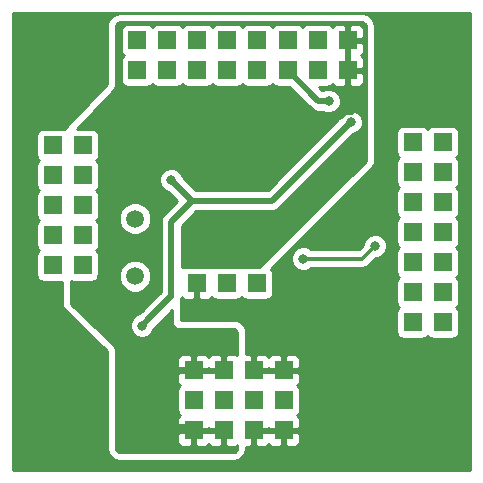
<source format=gbr>
G04 #@! TF.FileFunction,Copper,L1,Top,Signal*
%FSLAX46Y46*%
G04 Gerber Fmt 4.6, Leading zero omitted, Abs format (unit mm)*
G04 Created by KiCad (PCBNEW (2015-05-13 BZR 5653)-product) date 7. 1. 2016 10:50:59*
%MOMM*%
G01*
G04 APERTURE LIST*
%ADD10C,0.150000*%
%ADD11R,1.524000X1.524000*%
%ADD12C,6.000000*%
%ADD13C,1.501140*%
%ADD14C,0.800000*%
%ADD15C,0.300000*%
%ADD16C,0.400000*%
%ADD17C,0.500000*%
%ADD18C,0.254000*%
G04 APERTURE END LIST*
D10*
D11*
X134033500Y-80202000D03*
X134033500Y-77662000D03*
X143876000Y-110682000D03*
X141336000Y-110682000D03*
X143876000Y-108142000D03*
X141336000Y-108142000D03*
X143876000Y-105602000D03*
X141336000Y-105602000D03*
X157338000Y-88838000D03*
X154798000Y-88838000D03*
X157338000Y-86298000D03*
X154798000Y-86298000D03*
X131493500Y-80202000D03*
X131493500Y-77662000D03*
X136573500Y-80202000D03*
X136573500Y-77662000D03*
X139113500Y-77662000D03*
X139113500Y-80202000D03*
X146748500Y-77660500D03*
X146748500Y-80200500D03*
X141653500Y-77662000D03*
X141653500Y-80202000D03*
X136510000Y-98236000D03*
X139050000Y-98236000D03*
X141590000Y-98236000D03*
X126858000Y-86552000D03*
X124318000Y-86552000D03*
X126858000Y-89092000D03*
X124318000Y-89092000D03*
X157338000Y-96458000D03*
X154798000Y-96458000D03*
X157338000Y-93918000D03*
X154798000Y-93918000D03*
X126858000Y-96712000D03*
X124318000Y-96712000D03*
X157338000Y-101538000D03*
X154798000Y-101538000D03*
X157338000Y-98998000D03*
X154798000Y-98998000D03*
X157338000Y-91378000D03*
X154798000Y-91378000D03*
X136256000Y-105602000D03*
X138796000Y-105602000D03*
X136256000Y-108142000D03*
X138796000Y-108142000D03*
X136256000Y-110682000D03*
X138796000Y-110682000D03*
X126858000Y-94172000D03*
X124318000Y-94172000D03*
X126858000Y-91632000D03*
X124318000Y-91632000D03*
D12*
X155560000Y-79440000D03*
X155560000Y-109920000D03*
X125080000Y-79440000D03*
X125080000Y-109920000D03*
D13*
X131303000Y-92747060D03*
X131303000Y-97628940D03*
D11*
X144208500Y-80200500D03*
X144208500Y-77660500D03*
X149288500Y-80200500D03*
X149288500Y-77660500D03*
D14*
X122047000Y-101282500D03*
X151623000Y-95061000D03*
X145542000Y-96139000D03*
X131886691Y-101808000D03*
X134351000Y-89472972D03*
X149542502Y-84582000D03*
X147701000Y-82804000D03*
X138033998Y-89600000D03*
X145337000Y-83504000D03*
X138669000Y-86298000D03*
X139431000Y-93029000D03*
X140447000Y-82869000D03*
X150431500Y-82550000D03*
X130287000Y-88711000D03*
X132700000Y-110394980D03*
X127684000Y-101030000D03*
X128333500Y-98933000D03*
X130873500Y-104219500D03*
X130937000Y-94996000D03*
X132207000Y-99504500D03*
X132334000Y-89789000D03*
X135826500Y-82931000D03*
X137731500Y-95885000D03*
D15*
X121094500Y-109474000D02*
X121094500Y-102235000D01*
X121094500Y-102235000D02*
X122047000Y-101282500D01*
X121540500Y-109920000D02*
X121094500Y-109474000D01*
X125080000Y-109920000D02*
X121540500Y-109920000D01*
X146107685Y-96139000D02*
X145542000Y-96139000D01*
X151623000Y-95061000D02*
X150545000Y-96139000D01*
X150545000Y-96139000D02*
X146107685Y-96139000D01*
X134351000Y-96031894D02*
X134351000Y-93005032D01*
D16*
X134351000Y-96602360D02*
X134351000Y-93005032D01*
X134351000Y-99343691D02*
X134351000Y-96602360D01*
X134351000Y-96602360D02*
X134351000Y-96031894D01*
D17*
X132503571Y-101191120D02*
X134351000Y-99343691D01*
X131886691Y-101808000D02*
X132503571Y-101191120D01*
X134351000Y-93005032D02*
X136117030Y-91239002D01*
X134351000Y-99343691D02*
X134351000Y-93005032D01*
X136117030Y-91239002D02*
X134351000Y-89472972D01*
X136117030Y-91239002D02*
X142885500Y-91239002D01*
X142885500Y-91239002D02*
X149142503Y-84981999D01*
X149142503Y-84981999D02*
X149542502Y-84582000D01*
X146812000Y-82804000D02*
X147135315Y-82804000D01*
X144208500Y-80200500D02*
X146812000Y-82804000D01*
X147135315Y-82804000D02*
X147701000Y-82804000D01*
D15*
X144130000Y-83774000D02*
X143859998Y-83774000D01*
X143859998Y-83774000D02*
X138433997Y-89200001D01*
X138433997Y-89200001D02*
X138033998Y-89600000D01*
X138669000Y-86863685D02*
X138669000Y-86679000D01*
X138669000Y-86298000D02*
X138669000Y-86863685D01*
X144130000Y-83774000D02*
X143225000Y-82869000D01*
X143225000Y-82869000D02*
X141012685Y-82869000D01*
X141012685Y-82869000D02*
X140447000Y-82869000D01*
X136256000Y-110682000D02*
X135194000Y-110682000D01*
D17*
X132700000Y-108645300D02*
X132700000Y-110394980D01*
X132700000Y-107896000D02*
X132700000Y-108645300D01*
X134994000Y-105602000D02*
X132700000Y-107896000D01*
X136256000Y-105602000D02*
X134994000Y-105602000D01*
X135968980Y-110394980D02*
X136256000Y-110682000D01*
X132700000Y-110394980D02*
X135968980Y-110394980D01*
X130873500Y-104219500D02*
X127684000Y-101030000D01*
X128333500Y-97599500D02*
X130937000Y-94996000D01*
X128333500Y-98933000D02*
X128333500Y-97599500D01*
X128333500Y-98933000D02*
X129921000Y-98933000D01*
X130492500Y-99504500D02*
X132207000Y-99504500D01*
X129921000Y-98933000D02*
X130492500Y-99504500D01*
D15*
X140447000Y-82869000D02*
X135888500Y-82869000D01*
X135888500Y-82869000D02*
X135826500Y-82931000D01*
X144130000Y-83774000D02*
X144610001Y-84254001D01*
X144610001Y-84254001D02*
X148665499Y-84254001D01*
X148665499Y-84254001D02*
X149145500Y-83774000D01*
X149145500Y-83774000D02*
X149638000Y-83774000D01*
X137731500Y-95319315D02*
X137731500Y-95885000D01*
X139431000Y-93029000D02*
X137731500Y-94728500D01*
X137731500Y-94728500D02*
X137731500Y-95319315D01*
D18*
G36*
X159676000Y-114036000D02*
X158747440Y-114036000D01*
X158747440Y-102300000D01*
X158747440Y-100776000D01*
X158700463Y-100533877D01*
X158560673Y-100321073D01*
X158482458Y-100268277D01*
X158554927Y-100220673D01*
X158697377Y-100009640D01*
X158747440Y-99760000D01*
X158747440Y-98236000D01*
X158700463Y-97993877D01*
X158560673Y-97781073D01*
X158482458Y-97728277D01*
X158554927Y-97680673D01*
X158697377Y-97469640D01*
X158747440Y-97220000D01*
X158747440Y-95696000D01*
X158700463Y-95453877D01*
X158560673Y-95241073D01*
X158482458Y-95188277D01*
X158554927Y-95140673D01*
X158697377Y-94929640D01*
X158747440Y-94680000D01*
X158747440Y-93156000D01*
X158700463Y-92913877D01*
X158560673Y-92701073D01*
X158482458Y-92648277D01*
X158554927Y-92600673D01*
X158697377Y-92389640D01*
X158747440Y-92140000D01*
X158747440Y-90616000D01*
X158700463Y-90373877D01*
X158560673Y-90161073D01*
X158482458Y-90108277D01*
X158554927Y-90060673D01*
X158697377Y-89849640D01*
X158747440Y-89600000D01*
X158747440Y-88076000D01*
X158700463Y-87833877D01*
X158560673Y-87621073D01*
X158482458Y-87568277D01*
X158554927Y-87520673D01*
X158697377Y-87309640D01*
X158747440Y-87060000D01*
X158747440Y-85536000D01*
X158700463Y-85293877D01*
X158560673Y-85081073D01*
X158349640Y-84938623D01*
X158100000Y-84888560D01*
X156576000Y-84888560D01*
X156333877Y-84935537D01*
X156121073Y-85075327D01*
X156068277Y-85153541D01*
X156020673Y-85081073D01*
X155809640Y-84938623D01*
X155560000Y-84888560D01*
X154036000Y-84888560D01*
X153793877Y-84935537D01*
X153581073Y-85075327D01*
X153438623Y-85286360D01*
X153388560Y-85536000D01*
X153388560Y-87060000D01*
X153435537Y-87302123D01*
X153575327Y-87514927D01*
X153653541Y-87567722D01*
X153581073Y-87615327D01*
X153438623Y-87826360D01*
X153388560Y-88076000D01*
X153388560Y-89600000D01*
X153435537Y-89842123D01*
X153575327Y-90054927D01*
X153653541Y-90107722D01*
X153581073Y-90155327D01*
X153438623Y-90366360D01*
X153388560Y-90616000D01*
X153388560Y-92140000D01*
X153435537Y-92382123D01*
X153575327Y-92594927D01*
X153653541Y-92647722D01*
X153581073Y-92695327D01*
X153438623Y-92906360D01*
X153388560Y-93156000D01*
X153388560Y-94680000D01*
X153435537Y-94922123D01*
X153575327Y-95134927D01*
X153653541Y-95187722D01*
X153581073Y-95235327D01*
X153438623Y-95446360D01*
X153388560Y-95696000D01*
X153388560Y-97220000D01*
X153435537Y-97462123D01*
X153575327Y-97674927D01*
X153653541Y-97727722D01*
X153581073Y-97775327D01*
X153438623Y-97986360D01*
X153388560Y-98236000D01*
X153388560Y-99760000D01*
X153435537Y-100002123D01*
X153575327Y-100214927D01*
X153653541Y-100267722D01*
X153581073Y-100315327D01*
X153438623Y-100526360D01*
X153388560Y-100776000D01*
X153388560Y-102300000D01*
X153435537Y-102542123D01*
X153575327Y-102754927D01*
X153786360Y-102897377D01*
X154036000Y-102947440D01*
X155560000Y-102947440D01*
X155802123Y-102900463D01*
X156014927Y-102760673D01*
X156067722Y-102682458D01*
X156115327Y-102754927D01*
X156326360Y-102897377D01*
X156576000Y-102947440D01*
X158100000Y-102947440D01*
X158342123Y-102900463D01*
X158554927Y-102760673D01*
X158697377Y-102549640D01*
X158747440Y-102300000D01*
X158747440Y-114036000D01*
X152658179Y-114036000D01*
X152658179Y-94856029D01*
X152500942Y-94475485D01*
X152210046Y-94184081D01*
X151829777Y-94026180D01*
X151623000Y-94025999D01*
X151623000Y-87750211D01*
X151623000Y-76448424D01*
X151548103Y-76071877D01*
X151299391Y-75699632D01*
X150927163Y-75450893D01*
X150550622Y-75375968D01*
X129990103Y-75374505D01*
X129686882Y-75422511D01*
X129368252Y-75584841D01*
X129115381Y-75837691D01*
X128953027Y-76156312D01*
X128905000Y-76459531D01*
X128905000Y-81358795D01*
X128903824Y-81364912D01*
X128900463Y-81370157D01*
X125365525Y-85090478D01*
X125303436Y-85187368D01*
X125080000Y-85142560D01*
X123556000Y-85142560D01*
X123313877Y-85189537D01*
X123101073Y-85329327D01*
X122958623Y-85540360D01*
X122908560Y-85790000D01*
X122908560Y-87314000D01*
X122955537Y-87556123D01*
X123095327Y-87768927D01*
X123173541Y-87821722D01*
X123101073Y-87869327D01*
X122958623Y-88080360D01*
X122908560Y-88330000D01*
X122908560Y-89854000D01*
X122955537Y-90096123D01*
X123095327Y-90308927D01*
X123173541Y-90361722D01*
X123101073Y-90409327D01*
X122958623Y-90620360D01*
X122908560Y-90870000D01*
X122908560Y-92394000D01*
X122955537Y-92636123D01*
X123095327Y-92848927D01*
X123173541Y-92901722D01*
X123101073Y-92949327D01*
X122958623Y-93160360D01*
X122908560Y-93410000D01*
X122908560Y-94934000D01*
X122955537Y-95176123D01*
X123095327Y-95388927D01*
X123173541Y-95441722D01*
X123101073Y-95489327D01*
X122958623Y-95700360D01*
X122908560Y-95950000D01*
X122908560Y-97474000D01*
X122955537Y-97716123D01*
X123095327Y-97928927D01*
X123306360Y-98071377D01*
X123556000Y-98121440D01*
X125080000Y-98121440D01*
X125095000Y-98118529D01*
X125095000Y-99870069D01*
X125129945Y-100129416D01*
X125249095Y-100409812D01*
X125411535Y-100614980D01*
X128905000Y-103983356D01*
X128905000Y-112211542D01*
X128979903Y-112588108D01*
X129228638Y-112960362D01*
X129600892Y-113209097D01*
X129977458Y-113284000D01*
X139643542Y-113284000D01*
X140020108Y-113209097D01*
X140392362Y-112960362D01*
X140641097Y-112588108D01*
X140716000Y-112211542D01*
X140716000Y-112079000D01*
X141050250Y-112079000D01*
X141209000Y-111920250D01*
X141209000Y-110809000D01*
X141189000Y-110809000D01*
X141189000Y-110555000D01*
X141209000Y-110555000D01*
X141209000Y-110535000D01*
X141463000Y-110535000D01*
X141463000Y-110555000D01*
X142574250Y-110555000D01*
X142606000Y-110523250D01*
X142637750Y-110555000D01*
X143749000Y-110555000D01*
X143749000Y-110535000D01*
X144003000Y-110535000D01*
X144003000Y-110555000D01*
X145114250Y-110555000D01*
X145273000Y-110396250D01*
X145273000Y-110046309D01*
X145273000Y-109793690D01*
X145176327Y-109560301D01*
X145025192Y-109409167D01*
X145092927Y-109364673D01*
X145235377Y-109153640D01*
X145285440Y-108904000D01*
X145285440Y-107380000D01*
X145238463Y-107137877D01*
X145098673Y-106925073D01*
X145024810Y-106875214D01*
X145176327Y-106723699D01*
X145273000Y-106490310D01*
X145273000Y-106237691D01*
X145273000Y-105887750D01*
X145273000Y-105316250D01*
X145273000Y-104966309D01*
X145273000Y-104713690D01*
X145176327Y-104480301D01*
X144997698Y-104301673D01*
X144764309Y-104205000D01*
X144161750Y-104205000D01*
X144003000Y-104363750D01*
X144003000Y-105475000D01*
X145114250Y-105475000D01*
X145273000Y-105316250D01*
X145273000Y-105887750D01*
X145114250Y-105729000D01*
X144003000Y-105729000D01*
X144003000Y-105749000D01*
X143749000Y-105749000D01*
X143749000Y-105729000D01*
X143749000Y-105475000D01*
X143749000Y-104363750D01*
X143590250Y-104205000D01*
X142987691Y-104205000D01*
X142754302Y-104301673D01*
X142606000Y-104449974D01*
X142457698Y-104301673D01*
X142224309Y-104205000D01*
X141621750Y-104205000D01*
X141463000Y-104363750D01*
X141463000Y-105475000D01*
X142574250Y-105475000D01*
X142606000Y-105443250D01*
X142637750Y-105475000D01*
X143749000Y-105475000D01*
X143749000Y-105729000D01*
X142637750Y-105729000D01*
X142606000Y-105760750D01*
X142574250Y-105729000D01*
X141463000Y-105729000D01*
X141463000Y-105749000D01*
X141209000Y-105749000D01*
X141209000Y-105729000D01*
X141189000Y-105729000D01*
X141189000Y-105475000D01*
X141209000Y-105475000D01*
X141209000Y-104363750D01*
X141050250Y-104205000D01*
X140716000Y-104205000D01*
X140716000Y-102417654D01*
X140667669Y-102113494D01*
X140504318Y-101794100D01*
X140250008Y-101541075D01*
X139929793Y-101379343D01*
X139625392Y-101332550D01*
X135191500Y-101354992D01*
X135191500Y-99567408D01*
X135191500Y-99567406D01*
X135229308Y-99377333D01*
X135388301Y-99536327D01*
X135621690Y-99633000D01*
X135874309Y-99633000D01*
X136224250Y-99633000D01*
X136383000Y-99474250D01*
X136383000Y-98363000D01*
X136363000Y-98363000D01*
X136363000Y-98109000D01*
X136383000Y-98109000D01*
X136383000Y-98089000D01*
X136637000Y-98089000D01*
X136637000Y-98109000D01*
X136657000Y-98109000D01*
X136657000Y-98363000D01*
X136637000Y-98363000D01*
X136637000Y-99474250D01*
X136795750Y-99633000D01*
X137145691Y-99633000D01*
X137398310Y-99633000D01*
X137631699Y-99536327D01*
X137782832Y-99385192D01*
X137827327Y-99452927D01*
X138038360Y-99595377D01*
X138288000Y-99645440D01*
X139812000Y-99645440D01*
X140054123Y-99598463D01*
X140266927Y-99458673D01*
X140319722Y-99380458D01*
X140367327Y-99452927D01*
X140578360Y-99595377D01*
X140828000Y-99645440D01*
X142352000Y-99645440D01*
X142594123Y-99598463D01*
X142806927Y-99458673D01*
X142949377Y-99247640D01*
X142999440Y-98998000D01*
X142999440Y-97474000D01*
X142952463Y-97231877D01*
X142812673Y-97019073D01*
X142785241Y-97000556D01*
X151319309Y-88482420D01*
X151475340Y-88279403D01*
X151589540Y-88004065D01*
X151623000Y-87750211D01*
X151623000Y-94025999D01*
X151418029Y-94025821D01*
X151037485Y-94183058D01*
X150746081Y-94473954D01*
X150588180Y-94854223D01*
X150588065Y-94985776D01*
X150219842Y-95354000D01*
X146220804Y-95354000D01*
X146129046Y-95262081D01*
X145748777Y-95104180D01*
X145337029Y-95103821D01*
X144956485Y-95261058D01*
X144665081Y-95551954D01*
X144507180Y-95932223D01*
X144506821Y-96343971D01*
X144664058Y-96724515D01*
X144954954Y-97015919D01*
X145335223Y-97173820D01*
X145746971Y-97174179D01*
X146127515Y-97016942D01*
X146220619Y-96924000D01*
X150545000Y-96924000D01*
X150845406Y-96864245D01*
X150845407Y-96864245D01*
X151100079Y-96694079D01*
X151698092Y-96096065D01*
X151827971Y-96096179D01*
X152208515Y-95938942D01*
X152499919Y-95648046D01*
X152657820Y-95267777D01*
X152658179Y-94856029D01*
X152658179Y-114036000D01*
X145273000Y-114036000D01*
X145273000Y-111570310D01*
X145273000Y-111317691D01*
X145273000Y-110967750D01*
X145114250Y-110809000D01*
X144003000Y-110809000D01*
X144003000Y-111920250D01*
X144161750Y-112079000D01*
X144764309Y-112079000D01*
X144997698Y-111982327D01*
X145176327Y-111803699D01*
X145273000Y-111570310D01*
X145273000Y-114036000D01*
X143749000Y-114036000D01*
X143749000Y-111920250D01*
X143749000Y-110809000D01*
X142637750Y-110809000D01*
X142606000Y-110840750D01*
X142574250Y-110809000D01*
X141463000Y-110809000D01*
X141463000Y-111920250D01*
X141621750Y-112079000D01*
X142224309Y-112079000D01*
X142457698Y-111982327D01*
X142606000Y-111834025D01*
X142754302Y-111982327D01*
X142987691Y-112079000D01*
X143590250Y-112079000D01*
X143749000Y-111920250D01*
X143749000Y-114036000D01*
X120964000Y-114036000D01*
X120964000Y-75324000D01*
X159676000Y-75324000D01*
X159676000Y-114036000D01*
X159676000Y-114036000D01*
G37*
X159676000Y-114036000D02*
X158747440Y-114036000D01*
X158747440Y-102300000D01*
X158747440Y-100776000D01*
X158700463Y-100533877D01*
X158560673Y-100321073D01*
X158482458Y-100268277D01*
X158554927Y-100220673D01*
X158697377Y-100009640D01*
X158747440Y-99760000D01*
X158747440Y-98236000D01*
X158700463Y-97993877D01*
X158560673Y-97781073D01*
X158482458Y-97728277D01*
X158554927Y-97680673D01*
X158697377Y-97469640D01*
X158747440Y-97220000D01*
X158747440Y-95696000D01*
X158700463Y-95453877D01*
X158560673Y-95241073D01*
X158482458Y-95188277D01*
X158554927Y-95140673D01*
X158697377Y-94929640D01*
X158747440Y-94680000D01*
X158747440Y-93156000D01*
X158700463Y-92913877D01*
X158560673Y-92701073D01*
X158482458Y-92648277D01*
X158554927Y-92600673D01*
X158697377Y-92389640D01*
X158747440Y-92140000D01*
X158747440Y-90616000D01*
X158700463Y-90373877D01*
X158560673Y-90161073D01*
X158482458Y-90108277D01*
X158554927Y-90060673D01*
X158697377Y-89849640D01*
X158747440Y-89600000D01*
X158747440Y-88076000D01*
X158700463Y-87833877D01*
X158560673Y-87621073D01*
X158482458Y-87568277D01*
X158554927Y-87520673D01*
X158697377Y-87309640D01*
X158747440Y-87060000D01*
X158747440Y-85536000D01*
X158700463Y-85293877D01*
X158560673Y-85081073D01*
X158349640Y-84938623D01*
X158100000Y-84888560D01*
X156576000Y-84888560D01*
X156333877Y-84935537D01*
X156121073Y-85075327D01*
X156068277Y-85153541D01*
X156020673Y-85081073D01*
X155809640Y-84938623D01*
X155560000Y-84888560D01*
X154036000Y-84888560D01*
X153793877Y-84935537D01*
X153581073Y-85075327D01*
X153438623Y-85286360D01*
X153388560Y-85536000D01*
X153388560Y-87060000D01*
X153435537Y-87302123D01*
X153575327Y-87514927D01*
X153653541Y-87567722D01*
X153581073Y-87615327D01*
X153438623Y-87826360D01*
X153388560Y-88076000D01*
X153388560Y-89600000D01*
X153435537Y-89842123D01*
X153575327Y-90054927D01*
X153653541Y-90107722D01*
X153581073Y-90155327D01*
X153438623Y-90366360D01*
X153388560Y-90616000D01*
X153388560Y-92140000D01*
X153435537Y-92382123D01*
X153575327Y-92594927D01*
X153653541Y-92647722D01*
X153581073Y-92695327D01*
X153438623Y-92906360D01*
X153388560Y-93156000D01*
X153388560Y-94680000D01*
X153435537Y-94922123D01*
X153575327Y-95134927D01*
X153653541Y-95187722D01*
X153581073Y-95235327D01*
X153438623Y-95446360D01*
X153388560Y-95696000D01*
X153388560Y-97220000D01*
X153435537Y-97462123D01*
X153575327Y-97674927D01*
X153653541Y-97727722D01*
X153581073Y-97775327D01*
X153438623Y-97986360D01*
X153388560Y-98236000D01*
X153388560Y-99760000D01*
X153435537Y-100002123D01*
X153575327Y-100214927D01*
X153653541Y-100267722D01*
X153581073Y-100315327D01*
X153438623Y-100526360D01*
X153388560Y-100776000D01*
X153388560Y-102300000D01*
X153435537Y-102542123D01*
X153575327Y-102754927D01*
X153786360Y-102897377D01*
X154036000Y-102947440D01*
X155560000Y-102947440D01*
X155802123Y-102900463D01*
X156014927Y-102760673D01*
X156067722Y-102682458D01*
X156115327Y-102754927D01*
X156326360Y-102897377D01*
X156576000Y-102947440D01*
X158100000Y-102947440D01*
X158342123Y-102900463D01*
X158554927Y-102760673D01*
X158697377Y-102549640D01*
X158747440Y-102300000D01*
X158747440Y-114036000D01*
X152658179Y-114036000D01*
X152658179Y-94856029D01*
X152500942Y-94475485D01*
X152210046Y-94184081D01*
X151829777Y-94026180D01*
X151623000Y-94025999D01*
X151623000Y-87750211D01*
X151623000Y-76448424D01*
X151548103Y-76071877D01*
X151299391Y-75699632D01*
X150927163Y-75450893D01*
X150550622Y-75375968D01*
X129990103Y-75374505D01*
X129686882Y-75422511D01*
X129368252Y-75584841D01*
X129115381Y-75837691D01*
X128953027Y-76156312D01*
X128905000Y-76459531D01*
X128905000Y-81358795D01*
X128903824Y-81364912D01*
X128900463Y-81370157D01*
X125365525Y-85090478D01*
X125303436Y-85187368D01*
X125080000Y-85142560D01*
X123556000Y-85142560D01*
X123313877Y-85189537D01*
X123101073Y-85329327D01*
X122958623Y-85540360D01*
X122908560Y-85790000D01*
X122908560Y-87314000D01*
X122955537Y-87556123D01*
X123095327Y-87768927D01*
X123173541Y-87821722D01*
X123101073Y-87869327D01*
X122958623Y-88080360D01*
X122908560Y-88330000D01*
X122908560Y-89854000D01*
X122955537Y-90096123D01*
X123095327Y-90308927D01*
X123173541Y-90361722D01*
X123101073Y-90409327D01*
X122958623Y-90620360D01*
X122908560Y-90870000D01*
X122908560Y-92394000D01*
X122955537Y-92636123D01*
X123095327Y-92848927D01*
X123173541Y-92901722D01*
X123101073Y-92949327D01*
X122958623Y-93160360D01*
X122908560Y-93410000D01*
X122908560Y-94934000D01*
X122955537Y-95176123D01*
X123095327Y-95388927D01*
X123173541Y-95441722D01*
X123101073Y-95489327D01*
X122958623Y-95700360D01*
X122908560Y-95950000D01*
X122908560Y-97474000D01*
X122955537Y-97716123D01*
X123095327Y-97928927D01*
X123306360Y-98071377D01*
X123556000Y-98121440D01*
X125080000Y-98121440D01*
X125095000Y-98118529D01*
X125095000Y-99870069D01*
X125129945Y-100129416D01*
X125249095Y-100409812D01*
X125411535Y-100614980D01*
X128905000Y-103983356D01*
X128905000Y-112211542D01*
X128979903Y-112588108D01*
X129228638Y-112960362D01*
X129600892Y-113209097D01*
X129977458Y-113284000D01*
X139643542Y-113284000D01*
X140020108Y-113209097D01*
X140392362Y-112960362D01*
X140641097Y-112588108D01*
X140716000Y-112211542D01*
X140716000Y-112079000D01*
X141050250Y-112079000D01*
X141209000Y-111920250D01*
X141209000Y-110809000D01*
X141189000Y-110809000D01*
X141189000Y-110555000D01*
X141209000Y-110555000D01*
X141209000Y-110535000D01*
X141463000Y-110535000D01*
X141463000Y-110555000D01*
X142574250Y-110555000D01*
X142606000Y-110523250D01*
X142637750Y-110555000D01*
X143749000Y-110555000D01*
X143749000Y-110535000D01*
X144003000Y-110535000D01*
X144003000Y-110555000D01*
X145114250Y-110555000D01*
X145273000Y-110396250D01*
X145273000Y-110046309D01*
X145273000Y-109793690D01*
X145176327Y-109560301D01*
X145025192Y-109409167D01*
X145092927Y-109364673D01*
X145235377Y-109153640D01*
X145285440Y-108904000D01*
X145285440Y-107380000D01*
X145238463Y-107137877D01*
X145098673Y-106925073D01*
X145024810Y-106875214D01*
X145176327Y-106723699D01*
X145273000Y-106490310D01*
X145273000Y-106237691D01*
X145273000Y-105887750D01*
X145273000Y-105316250D01*
X145273000Y-104966309D01*
X145273000Y-104713690D01*
X145176327Y-104480301D01*
X144997698Y-104301673D01*
X144764309Y-104205000D01*
X144161750Y-104205000D01*
X144003000Y-104363750D01*
X144003000Y-105475000D01*
X145114250Y-105475000D01*
X145273000Y-105316250D01*
X145273000Y-105887750D01*
X145114250Y-105729000D01*
X144003000Y-105729000D01*
X144003000Y-105749000D01*
X143749000Y-105749000D01*
X143749000Y-105729000D01*
X143749000Y-105475000D01*
X143749000Y-104363750D01*
X143590250Y-104205000D01*
X142987691Y-104205000D01*
X142754302Y-104301673D01*
X142606000Y-104449974D01*
X142457698Y-104301673D01*
X142224309Y-104205000D01*
X141621750Y-104205000D01*
X141463000Y-104363750D01*
X141463000Y-105475000D01*
X142574250Y-105475000D01*
X142606000Y-105443250D01*
X142637750Y-105475000D01*
X143749000Y-105475000D01*
X143749000Y-105729000D01*
X142637750Y-105729000D01*
X142606000Y-105760750D01*
X142574250Y-105729000D01*
X141463000Y-105729000D01*
X141463000Y-105749000D01*
X141209000Y-105749000D01*
X141209000Y-105729000D01*
X141189000Y-105729000D01*
X141189000Y-105475000D01*
X141209000Y-105475000D01*
X141209000Y-104363750D01*
X141050250Y-104205000D01*
X140716000Y-104205000D01*
X140716000Y-102417654D01*
X140667669Y-102113494D01*
X140504318Y-101794100D01*
X140250008Y-101541075D01*
X139929793Y-101379343D01*
X139625392Y-101332550D01*
X135191500Y-101354992D01*
X135191500Y-99567408D01*
X135191500Y-99567406D01*
X135229308Y-99377333D01*
X135388301Y-99536327D01*
X135621690Y-99633000D01*
X135874309Y-99633000D01*
X136224250Y-99633000D01*
X136383000Y-99474250D01*
X136383000Y-98363000D01*
X136363000Y-98363000D01*
X136363000Y-98109000D01*
X136383000Y-98109000D01*
X136383000Y-98089000D01*
X136637000Y-98089000D01*
X136637000Y-98109000D01*
X136657000Y-98109000D01*
X136657000Y-98363000D01*
X136637000Y-98363000D01*
X136637000Y-99474250D01*
X136795750Y-99633000D01*
X137145691Y-99633000D01*
X137398310Y-99633000D01*
X137631699Y-99536327D01*
X137782832Y-99385192D01*
X137827327Y-99452927D01*
X138038360Y-99595377D01*
X138288000Y-99645440D01*
X139812000Y-99645440D01*
X140054123Y-99598463D01*
X140266927Y-99458673D01*
X140319722Y-99380458D01*
X140367327Y-99452927D01*
X140578360Y-99595377D01*
X140828000Y-99645440D01*
X142352000Y-99645440D01*
X142594123Y-99598463D01*
X142806927Y-99458673D01*
X142949377Y-99247640D01*
X142999440Y-98998000D01*
X142999440Y-97474000D01*
X142952463Y-97231877D01*
X142812673Y-97019073D01*
X142785241Y-97000556D01*
X151319309Y-88482420D01*
X151475340Y-88279403D01*
X151589540Y-88004065D01*
X151623000Y-87750211D01*
X151623000Y-94025999D01*
X151418029Y-94025821D01*
X151037485Y-94183058D01*
X150746081Y-94473954D01*
X150588180Y-94854223D01*
X150588065Y-94985776D01*
X150219842Y-95354000D01*
X146220804Y-95354000D01*
X146129046Y-95262081D01*
X145748777Y-95104180D01*
X145337029Y-95103821D01*
X144956485Y-95261058D01*
X144665081Y-95551954D01*
X144507180Y-95932223D01*
X144506821Y-96343971D01*
X144664058Y-96724515D01*
X144954954Y-97015919D01*
X145335223Y-97173820D01*
X145746971Y-97174179D01*
X146127515Y-97016942D01*
X146220619Y-96924000D01*
X150545000Y-96924000D01*
X150845406Y-96864245D01*
X150845407Y-96864245D01*
X151100079Y-96694079D01*
X151698092Y-96096065D01*
X151827971Y-96096179D01*
X152208515Y-95938942D01*
X152499919Y-95648046D01*
X152657820Y-95267777D01*
X152658179Y-94856029D01*
X152658179Y-114036000D01*
X145273000Y-114036000D01*
X145273000Y-111570310D01*
X145273000Y-111317691D01*
X145273000Y-110967750D01*
X145114250Y-110809000D01*
X144003000Y-110809000D01*
X144003000Y-111920250D01*
X144161750Y-112079000D01*
X144764309Y-112079000D01*
X144997698Y-111982327D01*
X145176327Y-111803699D01*
X145273000Y-111570310D01*
X145273000Y-114036000D01*
X143749000Y-114036000D01*
X143749000Y-111920250D01*
X143749000Y-110809000D01*
X142637750Y-110809000D01*
X142606000Y-110840750D01*
X142574250Y-110809000D01*
X141463000Y-110809000D01*
X141463000Y-111920250D01*
X141621750Y-112079000D01*
X142224309Y-112079000D01*
X142457698Y-111982327D01*
X142606000Y-111834025D01*
X142754302Y-111982327D01*
X142987691Y-112079000D01*
X143590250Y-112079000D01*
X143749000Y-111920250D01*
X143749000Y-114036000D01*
X120964000Y-114036000D01*
X120964000Y-75324000D01*
X159676000Y-75324000D01*
X159676000Y-114036000D01*
G36*
X150861000Y-87700208D02*
X150847200Y-87804908D01*
X150809960Y-87894693D01*
X150745606Y-87978426D01*
X150685500Y-88038419D01*
X150685500Y-81088810D01*
X150685500Y-80836191D01*
X150685500Y-80486250D01*
X150685500Y-79914750D01*
X150685500Y-79564809D01*
X150685500Y-79312190D01*
X150588827Y-79078801D01*
X150440525Y-78930500D01*
X150588827Y-78782199D01*
X150685500Y-78548810D01*
X150685500Y-78296191D01*
X150685500Y-77946250D01*
X150685500Y-77374750D01*
X150685500Y-77024809D01*
X150685500Y-76772190D01*
X150588827Y-76538801D01*
X150410198Y-76360173D01*
X150176809Y-76263500D01*
X149574250Y-76263500D01*
X149415500Y-76422250D01*
X149415500Y-77533500D01*
X150526750Y-77533500D01*
X150685500Y-77374750D01*
X150685500Y-77946250D01*
X150526750Y-77787500D01*
X149415500Y-77787500D01*
X149415500Y-78898750D01*
X149447250Y-78930500D01*
X149415500Y-78962250D01*
X149415500Y-80073500D01*
X150526750Y-80073500D01*
X150685500Y-79914750D01*
X150685500Y-80486250D01*
X150526750Y-80327500D01*
X149415500Y-80327500D01*
X149415500Y-81438750D01*
X149574250Y-81597500D01*
X150176809Y-81597500D01*
X150410198Y-81500827D01*
X150588827Y-81322199D01*
X150685500Y-81088810D01*
X150685500Y-88038419D01*
X141988014Y-96719672D01*
X141857298Y-96806880D01*
X141758239Y-96826560D01*
X140828000Y-96826560D01*
X140771614Y-96837500D01*
X139866552Y-96837500D01*
X139812000Y-96826560D01*
X138288000Y-96826560D01*
X138231614Y-96837500D01*
X137326552Y-96837500D01*
X137272000Y-96826560D01*
X135748000Y-96826560D01*
X135691614Y-96837500D01*
X135236000Y-96837500D01*
X135236000Y-93371611D01*
X136483609Y-92124002D01*
X142885494Y-92124002D01*
X142885500Y-92124003D01*
X142885500Y-92124002D01*
X143167984Y-92067812D01*
X143224174Y-92056635D01*
X143224175Y-92056635D01*
X143511290Y-91864792D01*
X149766949Y-85609131D01*
X150128017Y-85459942D01*
X150419421Y-85169046D01*
X150577322Y-84788777D01*
X150577681Y-84377029D01*
X150420444Y-83996485D01*
X150129548Y-83705081D01*
X149749279Y-83547180D01*
X149337531Y-83546821D01*
X149161500Y-83619555D01*
X149161500Y-81438750D01*
X149161500Y-80327500D01*
X149141500Y-80327500D01*
X149141500Y-80073500D01*
X149161500Y-80073500D01*
X149161500Y-78962250D01*
X149129750Y-78930500D01*
X149161500Y-78898750D01*
X149161500Y-77787500D01*
X149141500Y-77787500D01*
X149141500Y-77533500D01*
X149161500Y-77533500D01*
X149161500Y-76422250D01*
X149002750Y-76263500D01*
X148400191Y-76263500D01*
X148166802Y-76360173D01*
X148015667Y-76511306D01*
X147971173Y-76443573D01*
X147760140Y-76301123D01*
X147510500Y-76251060D01*
X145986500Y-76251060D01*
X145744377Y-76298037D01*
X145531573Y-76437827D01*
X145478777Y-76516041D01*
X145431173Y-76443573D01*
X145220140Y-76301123D01*
X144970500Y-76251060D01*
X143446500Y-76251060D01*
X143204377Y-76298037D01*
X142991573Y-76437827D01*
X142930675Y-76528043D01*
X142876173Y-76445073D01*
X142665140Y-76302623D01*
X142415500Y-76252560D01*
X140891500Y-76252560D01*
X140649377Y-76299537D01*
X140436573Y-76439327D01*
X140383777Y-76517541D01*
X140336173Y-76445073D01*
X140125140Y-76302623D01*
X139875500Y-76252560D01*
X138351500Y-76252560D01*
X138109377Y-76299537D01*
X137896573Y-76439327D01*
X137843777Y-76517541D01*
X137796173Y-76445073D01*
X137585140Y-76302623D01*
X137335500Y-76252560D01*
X135811500Y-76252560D01*
X135569377Y-76299537D01*
X135356573Y-76439327D01*
X135303777Y-76517541D01*
X135256173Y-76445073D01*
X135045140Y-76302623D01*
X134795500Y-76252560D01*
X133271500Y-76252560D01*
X133029377Y-76299537D01*
X132816573Y-76439327D01*
X132763777Y-76517541D01*
X132716173Y-76445073D01*
X132505140Y-76302623D01*
X132255500Y-76252560D01*
X130731500Y-76252560D01*
X130489377Y-76299537D01*
X130276573Y-76439327D01*
X130134123Y-76650360D01*
X130084060Y-76900000D01*
X130084060Y-78424000D01*
X130131037Y-78666123D01*
X130270827Y-78878927D01*
X130349041Y-78931722D01*
X130276573Y-78979327D01*
X130134123Y-79190360D01*
X130084060Y-79440000D01*
X130084060Y-80964000D01*
X130131037Y-81206123D01*
X130270827Y-81418927D01*
X130481860Y-81561377D01*
X130731500Y-81611440D01*
X132255500Y-81611440D01*
X132497623Y-81564463D01*
X132710427Y-81424673D01*
X132763222Y-81346458D01*
X132810827Y-81418927D01*
X133021860Y-81561377D01*
X133271500Y-81611440D01*
X134795500Y-81611440D01*
X135037623Y-81564463D01*
X135250427Y-81424673D01*
X135303222Y-81346458D01*
X135350827Y-81418927D01*
X135561860Y-81561377D01*
X135811500Y-81611440D01*
X137335500Y-81611440D01*
X137577623Y-81564463D01*
X137790427Y-81424673D01*
X137843222Y-81346458D01*
X137890827Y-81418927D01*
X138101860Y-81561377D01*
X138351500Y-81611440D01*
X139875500Y-81611440D01*
X140117623Y-81564463D01*
X140330427Y-81424673D01*
X140383222Y-81346458D01*
X140430827Y-81418927D01*
X140641860Y-81561377D01*
X140891500Y-81611440D01*
X142415500Y-81611440D01*
X142657623Y-81564463D01*
X142870427Y-81424673D01*
X142931324Y-81334456D01*
X142985827Y-81417427D01*
X143196860Y-81559877D01*
X143446500Y-81609940D01*
X144366360Y-81609940D01*
X146186207Y-83429786D01*
X146186210Y-83429790D01*
X146473325Y-83621633D01*
X146473326Y-83621633D01*
X146529515Y-83632810D01*
X146812000Y-83689001D01*
X146812000Y-83689000D01*
X146812005Y-83689000D01*
X147133415Y-83689000D01*
X147494223Y-83838820D01*
X147905971Y-83839179D01*
X148286515Y-83681942D01*
X148577919Y-83391046D01*
X148735820Y-83010777D01*
X148736179Y-82599029D01*
X148578942Y-82218485D01*
X148288046Y-81927081D01*
X147907777Y-81769180D01*
X147496029Y-81768821D01*
X147165125Y-81905546D01*
X146869519Y-81609940D01*
X147510500Y-81609940D01*
X147752623Y-81562963D01*
X147965427Y-81423173D01*
X148015284Y-81349310D01*
X148166802Y-81500827D01*
X148400191Y-81597500D01*
X149002750Y-81597500D01*
X149161500Y-81438750D01*
X149161500Y-83619555D01*
X148956987Y-83704058D01*
X148665583Y-83994954D01*
X148514770Y-84358152D01*
X142518920Y-90354002D01*
X136483609Y-90354002D01*
X135378130Y-89248523D01*
X135228942Y-88887457D01*
X134938046Y-88596053D01*
X134557777Y-88438152D01*
X134146029Y-88437793D01*
X133765485Y-88595030D01*
X133474081Y-88885926D01*
X133316180Y-89266195D01*
X133315821Y-89677943D01*
X133473058Y-90058487D01*
X133763954Y-90349891D01*
X134127151Y-90500703D01*
X134865450Y-91239002D01*
X133725210Y-92379242D01*
X133533367Y-92666357D01*
X133522189Y-92722547D01*
X133465999Y-93005032D01*
X133466000Y-93005037D01*
X133466000Y-98977111D01*
X132688810Y-99754301D01*
X132688810Y-97354542D01*
X132688810Y-92472662D01*
X132478314Y-91963223D01*
X132088887Y-91573116D01*
X131579816Y-91361731D01*
X131028602Y-91361250D01*
X130519163Y-91571746D01*
X130129056Y-91961173D01*
X129917671Y-92470244D01*
X129917190Y-93021458D01*
X130127686Y-93530897D01*
X130517113Y-93921004D01*
X131026184Y-94132389D01*
X131577398Y-94132870D01*
X132086837Y-93922374D01*
X132476944Y-93532947D01*
X132688329Y-93023876D01*
X132688810Y-92472662D01*
X132688810Y-97354542D01*
X132478314Y-96845103D01*
X132088887Y-96454996D01*
X131579816Y-96243611D01*
X131028602Y-96243130D01*
X130519163Y-96453626D01*
X130129056Y-96843053D01*
X129917671Y-97352124D01*
X129917190Y-97903338D01*
X130127686Y-98412777D01*
X130517113Y-98802884D01*
X131026184Y-99014269D01*
X131577398Y-99014750D01*
X132086837Y-98804254D01*
X132476944Y-98414827D01*
X132688329Y-97905756D01*
X132688810Y-97354542D01*
X132688810Y-99754301D01*
X131877781Y-100565330D01*
X131877778Y-100565333D01*
X131662242Y-100780868D01*
X131301176Y-100930058D01*
X131009772Y-101220954D01*
X130851871Y-101601223D01*
X130851512Y-102012971D01*
X131008749Y-102393515D01*
X131299645Y-102684919D01*
X131679914Y-102842820D01*
X132091662Y-102843179D01*
X132472206Y-102685942D01*
X132763610Y-102395046D01*
X132914422Y-102031847D01*
X133129357Y-101816912D01*
X133129360Y-101816910D01*
X133129361Y-101816910D01*
X134429500Y-100516770D01*
X134429500Y-101500704D01*
X134458869Y-101685528D01*
X134548706Y-101861184D01*
X134688568Y-102000339D01*
X134864676Y-102089286D01*
X135049646Y-102117720D01*
X139569084Y-102094845D01*
X139694340Y-102114099D01*
X139798394Y-102166654D01*
X139881032Y-102248875D01*
X139934113Y-102352661D01*
X139954000Y-102477817D01*
X139954000Y-104337974D01*
X139917698Y-104301673D01*
X139684309Y-104205000D01*
X139081750Y-104205000D01*
X138923000Y-104363750D01*
X138923000Y-105475000D01*
X138943000Y-105475000D01*
X138943000Y-105729000D01*
X138923000Y-105729000D01*
X138923000Y-105749000D01*
X138669000Y-105749000D01*
X138669000Y-105729000D01*
X138669000Y-105475000D01*
X138669000Y-104363750D01*
X138510250Y-104205000D01*
X137907691Y-104205000D01*
X137674302Y-104301673D01*
X137526000Y-104449974D01*
X137377698Y-104301673D01*
X137144309Y-104205000D01*
X136541750Y-104205000D01*
X136383000Y-104363750D01*
X136383000Y-105475000D01*
X137494250Y-105475000D01*
X137526000Y-105443250D01*
X137557750Y-105475000D01*
X138669000Y-105475000D01*
X138669000Y-105729000D01*
X137557750Y-105729000D01*
X137526000Y-105760750D01*
X137494250Y-105729000D01*
X136383000Y-105729000D01*
X136383000Y-105749000D01*
X136129000Y-105749000D01*
X136129000Y-105729000D01*
X136129000Y-105475000D01*
X136129000Y-104363750D01*
X135970250Y-104205000D01*
X135367691Y-104205000D01*
X135134302Y-104301673D01*
X134955673Y-104480301D01*
X134859000Y-104713690D01*
X134859000Y-104966309D01*
X134859000Y-105316250D01*
X135017750Y-105475000D01*
X136129000Y-105475000D01*
X136129000Y-105729000D01*
X135017750Y-105729000D01*
X134859000Y-105887750D01*
X134859000Y-106237691D01*
X134859000Y-106490310D01*
X134955673Y-106723699D01*
X135106807Y-106874832D01*
X135039073Y-106919327D01*
X134896623Y-107130360D01*
X134846560Y-107380000D01*
X134846560Y-108904000D01*
X134893537Y-109146123D01*
X135033327Y-109358927D01*
X135107189Y-109408785D01*
X134955673Y-109560301D01*
X134859000Y-109793690D01*
X134859000Y-110046309D01*
X134859000Y-110396250D01*
X135017750Y-110555000D01*
X136129000Y-110555000D01*
X136129000Y-110535000D01*
X136383000Y-110535000D01*
X136383000Y-110555000D01*
X137494250Y-110555000D01*
X137526000Y-110523250D01*
X137557750Y-110555000D01*
X138669000Y-110555000D01*
X138669000Y-110535000D01*
X138923000Y-110535000D01*
X138923000Y-110555000D01*
X138943000Y-110555000D01*
X138943000Y-110809000D01*
X138923000Y-110809000D01*
X138923000Y-111920250D01*
X139081750Y-112079000D01*
X139684309Y-112079000D01*
X139917698Y-111982327D01*
X139954000Y-111946025D01*
X139954000Y-112136492D01*
X139923309Y-112290789D01*
X139842991Y-112410991D01*
X139722789Y-112491309D01*
X139568492Y-112522000D01*
X138669000Y-112522000D01*
X138669000Y-111920250D01*
X138669000Y-110809000D01*
X137557750Y-110809000D01*
X137526000Y-110840750D01*
X137494250Y-110809000D01*
X136383000Y-110809000D01*
X136383000Y-111920250D01*
X136541750Y-112079000D01*
X137144309Y-112079000D01*
X137377698Y-111982327D01*
X137526000Y-111834025D01*
X137674302Y-111982327D01*
X137907691Y-112079000D01*
X138510250Y-112079000D01*
X138669000Y-111920250D01*
X138669000Y-112522000D01*
X136129000Y-112522000D01*
X136129000Y-111920250D01*
X136129000Y-110809000D01*
X135017750Y-110809000D01*
X134859000Y-110967750D01*
X134859000Y-111317691D01*
X134859000Y-111570310D01*
X134955673Y-111803699D01*
X135134302Y-111982327D01*
X135367691Y-112079000D01*
X135970250Y-112079000D01*
X136129000Y-111920250D01*
X136129000Y-112522000D01*
X130052508Y-112522000D01*
X129898211Y-112491309D01*
X129778009Y-112410991D01*
X129697691Y-112290789D01*
X129667000Y-112136492D01*
X129667000Y-103917474D01*
X129645745Y-103759731D01*
X129580135Y-103605331D01*
X129481334Y-103480541D01*
X125977232Y-100101908D01*
X125910249Y-100017306D01*
X125871409Y-99925904D01*
X125857000Y-99818963D01*
X125857000Y-98073510D01*
X126096000Y-98121440D01*
X127620000Y-98121440D01*
X127862123Y-98074463D01*
X128074927Y-97934673D01*
X128217377Y-97723640D01*
X128267440Y-97474000D01*
X128267440Y-95950000D01*
X128220463Y-95707877D01*
X128080673Y-95495073D01*
X128002458Y-95442277D01*
X128074927Y-95394673D01*
X128217377Y-95183640D01*
X128267440Y-94934000D01*
X128267440Y-93410000D01*
X128220463Y-93167877D01*
X128080673Y-92955073D01*
X128002458Y-92902277D01*
X128074927Y-92854673D01*
X128217377Y-92643640D01*
X128267440Y-92394000D01*
X128267440Y-90870000D01*
X128220463Y-90627877D01*
X128080673Y-90415073D01*
X128002458Y-90362277D01*
X128074927Y-90314673D01*
X128217377Y-90103640D01*
X128267440Y-89854000D01*
X128267440Y-88330000D01*
X128220463Y-88087877D01*
X128080673Y-87875073D01*
X128002458Y-87822277D01*
X128074927Y-87774673D01*
X128217377Y-87563640D01*
X128267440Y-87314000D01*
X128267440Y-85790000D01*
X128220463Y-85547877D01*
X128080673Y-85335073D01*
X127869640Y-85192623D01*
X127620000Y-85142560D01*
X126367162Y-85142560D01*
X129502870Y-81842406D01*
X129624450Y-81652677D01*
X129667000Y-81431390D01*
X129667000Y-76519505D01*
X129686763Y-76394729D01*
X129739524Y-76291187D01*
X129821700Y-76209017D01*
X129925246Y-76156264D01*
X130050023Y-76136510D01*
X150475519Y-76137963D01*
X150629807Y-76168663D01*
X150750001Y-76248982D01*
X150830311Y-76369182D01*
X150861000Y-76523472D01*
X150861000Y-87700208D01*
X150861000Y-87700208D01*
G37*
X150861000Y-87700208D02*
X150847200Y-87804908D01*
X150809960Y-87894693D01*
X150745606Y-87978426D01*
X150685500Y-88038419D01*
X150685500Y-81088810D01*
X150685500Y-80836191D01*
X150685500Y-80486250D01*
X150685500Y-79914750D01*
X150685500Y-79564809D01*
X150685500Y-79312190D01*
X150588827Y-79078801D01*
X150440525Y-78930500D01*
X150588827Y-78782199D01*
X150685500Y-78548810D01*
X150685500Y-78296191D01*
X150685500Y-77946250D01*
X150685500Y-77374750D01*
X150685500Y-77024809D01*
X150685500Y-76772190D01*
X150588827Y-76538801D01*
X150410198Y-76360173D01*
X150176809Y-76263500D01*
X149574250Y-76263500D01*
X149415500Y-76422250D01*
X149415500Y-77533500D01*
X150526750Y-77533500D01*
X150685500Y-77374750D01*
X150685500Y-77946250D01*
X150526750Y-77787500D01*
X149415500Y-77787500D01*
X149415500Y-78898750D01*
X149447250Y-78930500D01*
X149415500Y-78962250D01*
X149415500Y-80073500D01*
X150526750Y-80073500D01*
X150685500Y-79914750D01*
X150685500Y-80486250D01*
X150526750Y-80327500D01*
X149415500Y-80327500D01*
X149415500Y-81438750D01*
X149574250Y-81597500D01*
X150176809Y-81597500D01*
X150410198Y-81500827D01*
X150588827Y-81322199D01*
X150685500Y-81088810D01*
X150685500Y-88038419D01*
X141988014Y-96719672D01*
X141857298Y-96806880D01*
X141758239Y-96826560D01*
X140828000Y-96826560D01*
X140771614Y-96837500D01*
X139866552Y-96837500D01*
X139812000Y-96826560D01*
X138288000Y-96826560D01*
X138231614Y-96837500D01*
X137326552Y-96837500D01*
X137272000Y-96826560D01*
X135748000Y-96826560D01*
X135691614Y-96837500D01*
X135236000Y-96837500D01*
X135236000Y-93371611D01*
X136483609Y-92124002D01*
X142885494Y-92124002D01*
X142885500Y-92124003D01*
X142885500Y-92124002D01*
X143167984Y-92067812D01*
X143224174Y-92056635D01*
X143224175Y-92056635D01*
X143511290Y-91864792D01*
X149766949Y-85609131D01*
X150128017Y-85459942D01*
X150419421Y-85169046D01*
X150577322Y-84788777D01*
X150577681Y-84377029D01*
X150420444Y-83996485D01*
X150129548Y-83705081D01*
X149749279Y-83547180D01*
X149337531Y-83546821D01*
X149161500Y-83619555D01*
X149161500Y-81438750D01*
X149161500Y-80327500D01*
X149141500Y-80327500D01*
X149141500Y-80073500D01*
X149161500Y-80073500D01*
X149161500Y-78962250D01*
X149129750Y-78930500D01*
X149161500Y-78898750D01*
X149161500Y-77787500D01*
X149141500Y-77787500D01*
X149141500Y-77533500D01*
X149161500Y-77533500D01*
X149161500Y-76422250D01*
X149002750Y-76263500D01*
X148400191Y-76263500D01*
X148166802Y-76360173D01*
X148015667Y-76511306D01*
X147971173Y-76443573D01*
X147760140Y-76301123D01*
X147510500Y-76251060D01*
X145986500Y-76251060D01*
X145744377Y-76298037D01*
X145531573Y-76437827D01*
X145478777Y-76516041D01*
X145431173Y-76443573D01*
X145220140Y-76301123D01*
X144970500Y-76251060D01*
X143446500Y-76251060D01*
X143204377Y-76298037D01*
X142991573Y-76437827D01*
X142930675Y-76528043D01*
X142876173Y-76445073D01*
X142665140Y-76302623D01*
X142415500Y-76252560D01*
X140891500Y-76252560D01*
X140649377Y-76299537D01*
X140436573Y-76439327D01*
X140383777Y-76517541D01*
X140336173Y-76445073D01*
X140125140Y-76302623D01*
X139875500Y-76252560D01*
X138351500Y-76252560D01*
X138109377Y-76299537D01*
X137896573Y-76439327D01*
X137843777Y-76517541D01*
X137796173Y-76445073D01*
X137585140Y-76302623D01*
X137335500Y-76252560D01*
X135811500Y-76252560D01*
X135569377Y-76299537D01*
X135356573Y-76439327D01*
X135303777Y-76517541D01*
X135256173Y-76445073D01*
X135045140Y-76302623D01*
X134795500Y-76252560D01*
X133271500Y-76252560D01*
X133029377Y-76299537D01*
X132816573Y-76439327D01*
X132763777Y-76517541D01*
X132716173Y-76445073D01*
X132505140Y-76302623D01*
X132255500Y-76252560D01*
X130731500Y-76252560D01*
X130489377Y-76299537D01*
X130276573Y-76439327D01*
X130134123Y-76650360D01*
X130084060Y-76900000D01*
X130084060Y-78424000D01*
X130131037Y-78666123D01*
X130270827Y-78878927D01*
X130349041Y-78931722D01*
X130276573Y-78979327D01*
X130134123Y-79190360D01*
X130084060Y-79440000D01*
X130084060Y-80964000D01*
X130131037Y-81206123D01*
X130270827Y-81418927D01*
X130481860Y-81561377D01*
X130731500Y-81611440D01*
X132255500Y-81611440D01*
X132497623Y-81564463D01*
X132710427Y-81424673D01*
X132763222Y-81346458D01*
X132810827Y-81418927D01*
X133021860Y-81561377D01*
X133271500Y-81611440D01*
X134795500Y-81611440D01*
X135037623Y-81564463D01*
X135250427Y-81424673D01*
X135303222Y-81346458D01*
X135350827Y-81418927D01*
X135561860Y-81561377D01*
X135811500Y-81611440D01*
X137335500Y-81611440D01*
X137577623Y-81564463D01*
X137790427Y-81424673D01*
X137843222Y-81346458D01*
X137890827Y-81418927D01*
X138101860Y-81561377D01*
X138351500Y-81611440D01*
X139875500Y-81611440D01*
X140117623Y-81564463D01*
X140330427Y-81424673D01*
X140383222Y-81346458D01*
X140430827Y-81418927D01*
X140641860Y-81561377D01*
X140891500Y-81611440D01*
X142415500Y-81611440D01*
X142657623Y-81564463D01*
X142870427Y-81424673D01*
X142931324Y-81334456D01*
X142985827Y-81417427D01*
X143196860Y-81559877D01*
X143446500Y-81609940D01*
X144366360Y-81609940D01*
X146186207Y-83429786D01*
X146186210Y-83429790D01*
X146473325Y-83621633D01*
X146473326Y-83621633D01*
X146529515Y-83632810D01*
X146812000Y-83689001D01*
X146812000Y-83689000D01*
X146812005Y-83689000D01*
X147133415Y-83689000D01*
X147494223Y-83838820D01*
X147905971Y-83839179D01*
X148286515Y-83681942D01*
X148577919Y-83391046D01*
X148735820Y-83010777D01*
X148736179Y-82599029D01*
X148578942Y-82218485D01*
X148288046Y-81927081D01*
X147907777Y-81769180D01*
X147496029Y-81768821D01*
X147165125Y-81905546D01*
X146869519Y-81609940D01*
X147510500Y-81609940D01*
X147752623Y-81562963D01*
X147965427Y-81423173D01*
X148015284Y-81349310D01*
X148166802Y-81500827D01*
X148400191Y-81597500D01*
X149002750Y-81597500D01*
X149161500Y-81438750D01*
X149161500Y-83619555D01*
X148956987Y-83704058D01*
X148665583Y-83994954D01*
X148514770Y-84358152D01*
X142518920Y-90354002D01*
X136483609Y-90354002D01*
X135378130Y-89248523D01*
X135228942Y-88887457D01*
X134938046Y-88596053D01*
X134557777Y-88438152D01*
X134146029Y-88437793D01*
X133765485Y-88595030D01*
X133474081Y-88885926D01*
X133316180Y-89266195D01*
X133315821Y-89677943D01*
X133473058Y-90058487D01*
X133763954Y-90349891D01*
X134127151Y-90500703D01*
X134865450Y-91239002D01*
X133725210Y-92379242D01*
X133533367Y-92666357D01*
X133522189Y-92722547D01*
X133465999Y-93005032D01*
X133466000Y-93005037D01*
X133466000Y-98977111D01*
X132688810Y-99754301D01*
X132688810Y-97354542D01*
X132688810Y-92472662D01*
X132478314Y-91963223D01*
X132088887Y-91573116D01*
X131579816Y-91361731D01*
X131028602Y-91361250D01*
X130519163Y-91571746D01*
X130129056Y-91961173D01*
X129917671Y-92470244D01*
X129917190Y-93021458D01*
X130127686Y-93530897D01*
X130517113Y-93921004D01*
X131026184Y-94132389D01*
X131577398Y-94132870D01*
X132086837Y-93922374D01*
X132476944Y-93532947D01*
X132688329Y-93023876D01*
X132688810Y-92472662D01*
X132688810Y-97354542D01*
X132478314Y-96845103D01*
X132088887Y-96454996D01*
X131579816Y-96243611D01*
X131028602Y-96243130D01*
X130519163Y-96453626D01*
X130129056Y-96843053D01*
X129917671Y-97352124D01*
X129917190Y-97903338D01*
X130127686Y-98412777D01*
X130517113Y-98802884D01*
X131026184Y-99014269D01*
X131577398Y-99014750D01*
X132086837Y-98804254D01*
X132476944Y-98414827D01*
X132688329Y-97905756D01*
X132688810Y-97354542D01*
X132688810Y-99754301D01*
X131877781Y-100565330D01*
X131877778Y-100565333D01*
X131662242Y-100780868D01*
X131301176Y-100930058D01*
X131009772Y-101220954D01*
X130851871Y-101601223D01*
X130851512Y-102012971D01*
X131008749Y-102393515D01*
X131299645Y-102684919D01*
X131679914Y-102842820D01*
X132091662Y-102843179D01*
X132472206Y-102685942D01*
X132763610Y-102395046D01*
X132914422Y-102031847D01*
X133129357Y-101816912D01*
X133129360Y-101816910D01*
X133129361Y-101816910D01*
X134429500Y-100516770D01*
X134429500Y-101500704D01*
X134458869Y-101685528D01*
X134548706Y-101861184D01*
X134688568Y-102000339D01*
X134864676Y-102089286D01*
X135049646Y-102117720D01*
X139569084Y-102094845D01*
X139694340Y-102114099D01*
X139798394Y-102166654D01*
X139881032Y-102248875D01*
X139934113Y-102352661D01*
X139954000Y-102477817D01*
X139954000Y-104337974D01*
X139917698Y-104301673D01*
X139684309Y-104205000D01*
X139081750Y-104205000D01*
X138923000Y-104363750D01*
X138923000Y-105475000D01*
X138943000Y-105475000D01*
X138943000Y-105729000D01*
X138923000Y-105729000D01*
X138923000Y-105749000D01*
X138669000Y-105749000D01*
X138669000Y-105729000D01*
X138669000Y-105475000D01*
X138669000Y-104363750D01*
X138510250Y-104205000D01*
X137907691Y-104205000D01*
X137674302Y-104301673D01*
X137526000Y-104449974D01*
X137377698Y-104301673D01*
X137144309Y-104205000D01*
X136541750Y-104205000D01*
X136383000Y-104363750D01*
X136383000Y-105475000D01*
X137494250Y-105475000D01*
X137526000Y-105443250D01*
X137557750Y-105475000D01*
X138669000Y-105475000D01*
X138669000Y-105729000D01*
X137557750Y-105729000D01*
X137526000Y-105760750D01*
X137494250Y-105729000D01*
X136383000Y-105729000D01*
X136383000Y-105749000D01*
X136129000Y-105749000D01*
X136129000Y-105729000D01*
X136129000Y-105475000D01*
X136129000Y-104363750D01*
X135970250Y-104205000D01*
X135367691Y-104205000D01*
X135134302Y-104301673D01*
X134955673Y-104480301D01*
X134859000Y-104713690D01*
X134859000Y-104966309D01*
X134859000Y-105316250D01*
X135017750Y-105475000D01*
X136129000Y-105475000D01*
X136129000Y-105729000D01*
X135017750Y-105729000D01*
X134859000Y-105887750D01*
X134859000Y-106237691D01*
X134859000Y-106490310D01*
X134955673Y-106723699D01*
X135106807Y-106874832D01*
X135039073Y-106919327D01*
X134896623Y-107130360D01*
X134846560Y-107380000D01*
X134846560Y-108904000D01*
X134893537Y-109146123D01*
X135033327Y-109358927D01*
X135107189Y-109408785D01*
X134955673Y-109560301D01*
X134859000Y-109793690D01*
X134859000Y-110046309D01*
X134859000Y-110396250D01*
X135017750Y-110555000D01*
X136129000Y-110555000D01*
X136129000Y-110535000D01*
X136383000Y-110535000D01*
X136383000Y-110555000D01*
X137494250Y-110555000D01*
X137526000Y-110523250D01*
X137557750Y-110555000D01*
X138669000Y-110555000D01*
X138669000Y-110535000D01*
X138923000Y-110535000D01*
X138923000Y-110555000D01*
X138943000Y-110555000D01*
X138943000Y-110809000D01*
X138923000Y-110809000D01*
X138923000Y-111920250D01*
X139081750Y-112079000D01*
X139684309Y-112079000D01*
X139917698Y-111982327D01*
X139954000Y-111946025D01*
X139954000Y-112136492D01*
X139923309Y-112290789D01*
X139842991Y-112410991D01*
X139722789Y-112491309D01*
X139568492Y-112522000D01*
X138669000Y-112522000D01*
X138669000Y-111920250D01*
X138669000Y-110809000D01*
X137557750Y-110809000D01*
X137526000Y-110840750D01*
X137494250Y-110809000D01*
X136383000Y-110809000D01*
X136383000Y-111920250D01*
X136541750Y-112079000D01*
X137144309Y-112079000D01*
X137377698Y-111982327D01*
X137526000Y-111834025D01*
X137674302Y-111982327D01*
X137907691Y-112079000D01*
X138510250Y-112079000D01*
X138669000Y-111920250D01*
X138669000Y-112522000D01*
X136129000Y-112522000D01*
X136129000Y-111920250D01*
X136129000Y-110809000D01*
X135017750Y-110809000D01*
X134859000Y-110967750D01*
X134859000Y-111317691D01*
X134859000Y-111570310D01*
X134955673Y-111803699D01*
X135134302Y-111982327D01*
X135367691Y-112079000D01*
X135970250Y-112079000D01*
X136129000Y-111920250D01*
X136129000Y-112522000D01*
X130052508Y-112522000D01*
X129898211Y-112491309D01*
X129778009Y-112410991D01*
X129697691Y-112290789D01*
X129667000Y-112136492D01*
X129667000Y-103917474D01*
X129645745Y-103759731D01*
X129580135Y-103605331D01*
X129481334Y-103480541D01*
X125977232Y-100101908D01*
X125910249Y-100017306D01*
X125871409Y-99925904D01*
X125857000Y-99818963D01*
X125857000Y-98073510D01*
X126096000Y-98121440D01*
X127620000Y-98121440D01*
X127862123Y-98074463D01*
X128074927Y-97934673D01*
X128217377Y-97723640D01*
X128267440Y-97474000D01*
X128267440Y-95950000D01*
X128220463Y-95707877D01*
X128080673Y-95495073D01*
X128002458Y-95442277D01*
X128074927Y-95394673D01*
X128217377Y-95183640D01*
X128267440Y-94934000D01*
X128267440Y-93410000D01*
X128220463Y-93167877D01*
X128080673Y-92955073D01*
X128002458Y-92902277D01*
X128074927Y-92854673D01*
X128217377Y-92643640D01*
X128267440Y-92394000D01*
X128267440Y-90870000D01*
X128220463Y-90627877D01*
X128080673Y-90415073D01*
X128002458Y-90362277D01*
X128074927Y-90314673D01*
X128217377Y-90103640D01*
X128267440Y-89854000D01*
X128267440Y-88330000D01*
X128220463Y-88087877D01*
X128080673Y-87875073D01*
X128002458Y-87822277D01*
X128074927Y-87774673D01*
X128217377Y-87563640D01*
X128267440Y-87314000D01*
X128267440Y-85790000D01*
X128220463Y-85547877D01*
X128080673Y-85335073D01*
X127869640Y-85192623D01*
X127620000Y-85142560D01*
X126367162Y-85142560D01*
X129502870Y-81842406D01*
X129624450Y-81652677D01*
X129667000Y-81431390D01*
X129667000Y-76519505D01*
X129686763Y-76394729D01*
X129739524Y-76291187D01*
X129821700Y-76209017D01*
X129925246Y-76156264D01*
X130050023Y-76136510D01*
X150475519Y-76137963D01*
X150629807Y-76168663D01*
X150750001Y-76248982D01*
X150830311Y-76369182D01*
X150861000Y-76523472D01*
X150861000Y-87700208D01*
M02*

</source>
